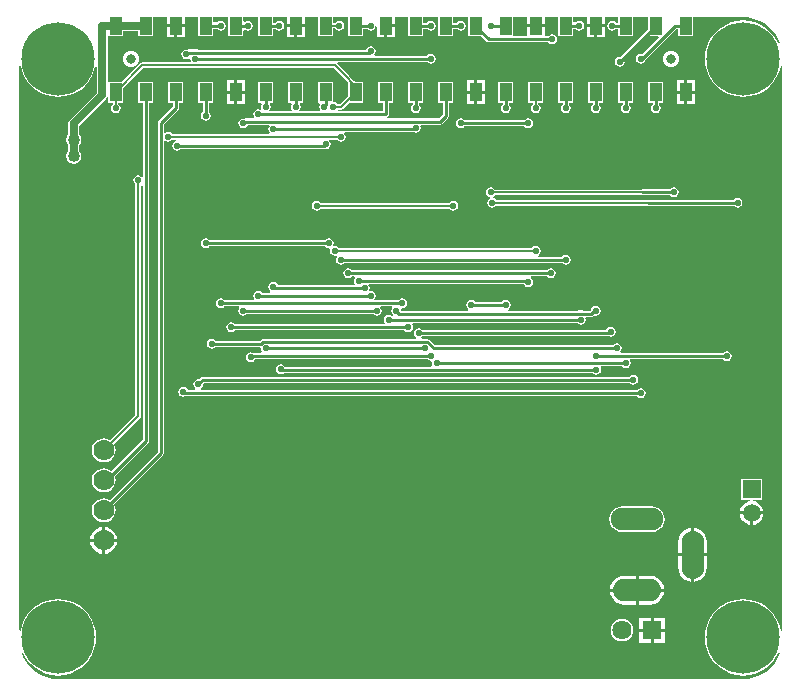
<source format=gbl>
G04 Layer_Physical_Order=2*
G04 Layer_Color=16711680*
%FSLAX25Y25*%
%MOIN*%
G70*
G01*
G75*
%ADD35C,0.01000*%
%ADD36C,0.00800*%
%ADD37C,0.02500*%
%ADD43C,0.03150*%
%ADD44R,0.02400X0.02400*%
%ADD45C,0.07000*%
%ADD46C,0.06400*%
%ADD47O,0.17500X0.07500*%
%ADD48O,0.16000X0.07500*%
%ADD49R,0.06400X0.06400*%
%ADD50O,0.07500X0.16000*%
%ADD51C,0.05906*%
%ADD52R,0.05906X0.05906*%
%ADD53C,0.24410*%
%ADD54C,0.02200*%
%ADD55C,0.04000*%
%ADD56R,0.04016X0.05906*%
%ADD57R,0.50000X0.45000*%
G36*
X241646Y220534D02*
Y220534D01*
X241646Y220534D01*
X243296Y220404D01*
X245360Y219909D01*
X247320Y219097D01*
X249129Y217988D01*
X250743Y216610D01*
X252120Y214997D01*
X253229Y213188D01*
X253871Y211637D01*
X253866Y211626D01*
X253322Y211634D01*
X253028Y212342D01*
X251983Y214048D01*
X250685Y215568D01*
X249164Y216867D01*
X247459Y217912D01*
X245611Y218677D01*
X243667Y219144D01*
X241673Y219301D01*
X239680Y219144D01*
X237735Y218677D01*
X235888Y217912D01*
X234183Y216867D01*
X232662Y215568D01*
X231363Y214048D01*
X230318Y212342D01*
X229553Y210495D01*
X229086Y208550D01*
X228929Y206557D01*
X229086Y204563D01*
X229553Y202619D01*
X230318Y200771D01*
X231363Y199066D01*
X232662Y197545D01*
X234183Y196247D01*
X235888Y195202D01*
X237735Y194437D01*
X239680Y193970D01*
X241673Y193813D01*
X243667Y193970D01*
X245611Y194437D01*
X247459Y195202D01*
X249164Y196247D01*
X250685Y197545D01*
X251983Y199066D01*
X253028Y200771D01*
X253794Y202619D01*
X254188Y204262D01*
X254688Y204203D01*
Y15997D01*
X254188Y15938D01*
X253794Y17582D01*
X253028Y19429D01*
X251983Y21134D01*
X250685Y22655D01*
X249164Y23954D01*
X247459Y24998D01*
X245611Y25764D01*
X243667Y26230D01*
X241673Y26387D01*
X239680Y26230D01*
X237735Y25764D01*
X235888Y24998D01*
X234183Y23954D01*
X232662Y22655D01*
X231363Y21134D01*
X230318Y19429D01*
X229553Y17582D01*
X229086Y15637D01*
X228929Y13643D01*
X229086Y11650D01*
X229553Y9705D01*
X230318Y7858D01*
X231363Y6153D01*
X232662Y4632D01*
X234183Y3333D01*
X235888Y2288D01*
X237735Y1523D01*
X239680Y1056D01*
X241673Y899D01*
X243667Y1056D01*
X245611Y1523D01*
X247459Y2288D01*
X249164Y3333D01*
X250685Y4632D01*
X251983Y6153D01*
X253028Y7858D01*
X253322Y8566D01*
X253866Y8574D01*
X253871Y8563D01*
X253229Y7012D01*
X252120Y5203D01*
X250743Y3590D01*
X249129Y2212D01*
X247320Y1103D01*
X245360Y291D01*
X243296Y-204D01*
X241646Y-334D01*
X241646Y-334D01*
Y-334D01*
X241625Y-356D01*
X13375D01*
X13354Y-334D01*
Y-334D01*
X13354Y-334D01*
X11704Y-204D01*
X9640Y291D01*
X7680Y1103D01*
X5871Y2212D01*
X4258Y3590D01*
X2880Y5203D01*
X1771Y7012D01*
X1128Y8563D01*
X1134Y8575D01*
X1678Y8567D01*
X1972Y7858D01*
X3017Y6153D01*
X4315Y4632D01*
X5836Y3333D01*
X7541Y2288D01*
X9389Y1523D01*
X11333Y1056D01*
X13327Y899D01*
X15320Y1056D01*
X17265Y1523D01*
X19113Y2288D01*
X20818Y3333D01*
X22338Y4632D01*
X23637Y6153D01*
X24682Y7858D01*
X25447Y9705D01*
X25914Y11650D01*
X26071Y13643D01*
X25914Y15637D01*
X25447Y17582D01*
X24682Y19429D01*
X23637Y21134D01*
X22338Y22655D01*
X20818Y23954D01*
X19113Y24998D01*
X17265Y25764D01*
X15320Y26230D01*
X13327Y26387D01*
X11333Y26230D01*
X9389Y25764D01*
X7541Y24998D01*
X5836Y23954D01*
X4315Y22655D01*
X3017Y21134D01*
X1972Y19429D01*
X1207Y17582D01*
X812Y15938D01*
X312Y15997D01*
Y204203D01*
X812Y204262D01*
X1207Y202619D01*
X1972Y200771D01*
X3017Y199066D01*
X4315Y197545D01*
X5836Y196247D01*
X7541Y195202D01*
X9389Y194437D01*
X11333Y193970D01*
X13327Y193813D01*
X15320Y193970D01*
X17265Y194437D01*
X19113Y195202D01*
X20818Y196247D01*
X22338Y197545D01*
X23637Y199066D01*
X24682Y200771D01*
X25447Y202619D01*
X25716Y203737D01*
X26216Y203678D01*
Y195239D01*
X17238Y186262D01*
X16851Y185683D01*
X16716Y185000D01*
Y181315D01*
X16698Y181302D01*
X16145Y180475D01*
X15951Y179500D01*
X16145Y178524D01*
X16698Y177698D01*
X16716Y177685D01*
Y175814D01*
X16698Y175802D01*
X16145Y174976D01*
X15951Y174000D01*
X16145Y173024D01*
X16698Y172198D01*
X17525Y171645D01*
X18500Y171451D01*
X19476Y171645D01*
X20302Y172198D01*
X20855Y173024D01*
X21049Y174000D01*
X20855Y174976D01*
X20302Y175802D01*
X20284Y175814D01*
Y177685D01*
X20302Y177698D01*
X20855Y178524D01*
X21049Y179500D01*
X20855Y180475D01*
X20302Y181302D01*
X20284Y181315D01*
Y184261D01*
X29262Y193238D01*
X29592Y193733D01*
X29981Y193692D01*
X30092Y193650D01*
Y191935D01*
X31582D01*
Y191311D01*
X31346Y191154D01*
X30993Y190624D01*
X30869Y190000D01*
X30993Y189376D01*
X31346Y188847D01*
X31876Y188493D01*
X32500Y188369D01*
X33124Y188493D01*
X33654Y188847D01*
X34007Y189376D01*
X34131Y190000D01*
X34007Y190624D01*
X33654Y191154D01*
X33418Y191311D01*
Y191935D01*
X35108D01*
Y196823D01*
X41776Y203490D01*
X105212D01*
X109018Y199684D01*
X109043Y199647D01*
X110092Y198598D01*
Y194178D01*
X107332Y191418D01*
X106311D01*
X106154Y191654D01*
X105624Y192007D01*
X105108Y192110D01*
Y198841D01*
X100092D01*
Y191935D01*
X100436D01*
X100700Y191435D01*
X100493Y191124D01*
X100369Y190500D01*
X100493Y189876D01*
X100731Y189520D01*
X100504Y189020D01*
X93996D01*
X93769Y189520D01*
X94007Y189876D01*
X94131Y190500D01*
X94007Y191124D01*
X93800Y191435D01*
X94064Y191935D01*
X95108D01*
Y198841D01*
X90092D01*
Y191935D01*
X90936D01*
X91201Y191435D01*
X90993Y191124D01*
X90869Y190500D01*
X90993Y189876D01*
X91231Y189520D01*
X91004Y189020D01*
X83996D01*
X83769Y189520D01*
X84007Y189876D01*
X84131Y190500D01*
X84007Y191124D01*
X83799Y191435D01*
X84064Y191935D01*
X85108D01*
Y198841D01*
X80092D01*
Y191935D01*
X80936D01*
X81200Y191435D01*
X80993Y191124D01*
X80869Y190500D01*
X80993Y189876D01*
X81009Y189851D01*
X80649Y189491D01*
X80624Y189507D01*
X80000Y189631D01*
X79376Y189507D01*
X78847Y189154D01*
X78493Y188624D01*
X78369Y188000D01*
X78493Y187376D01*
X78664Y187120D01*
X78397Y186620D01*
X75600D01*
X75330Y186566D01*
X75000Y186631D01*
X74376Y186507D01*
X73847Y186153D01*
X73493Y185624D01*
X73369Y185000D01*
X73493Y184376D01*
X73847Y183846D01*
X74376Y183493D01*
X75000Y183369D01*
X75624Y183493D01*
X76153Y183846D01*
X76507Y184376D01*
X76548Y184580D01*
X83585D01*
X83715Y184369D01*
X83798Y184080D01*
X83493Y183624D01*
X83369Y183000D01*
X83493Y182376D01*
X83799Y181918D01*
X83718Y181633D01*
X83588Y181418D01*
X51311D01*
X51153Y181653D01*
X50624Y182007D01*
X50000Y182131D01*
X49376Y182007D01*
X49020Y181769D01*
X48520Y181996D01*
Y184578D01*
X53321Y189379D01*
X53542Y189710D01*
X53620Y190100D01*
Y191935D01*
X55108D01*
Y198841D01*
X50092D01*
Y191935D01*
X51580D01*
Y190522D01*
X46779Y185721D01*
X46558Y185390D01*
X46480Y185000D01*
Y75422D01*
X30537Y59479D01*
X30517Y59494D01*
X29544Y59897D01*
X28500Y60035D01*
X27456Y59897D01*
X26483Y59494D01*
X25647Y58853D01*
X25006Y58017D01*
X24603Y57044D01*
X24465Y56000D01*
X24603Y54956D01*
X25006Y53983D01*
X25647Y53147D01*
X26483Y52506D01*
X27456Y52103D01*
X28500Y51965D01*
X29544Y52103D01*
X30517Y52506D01*
X31353Y53147D01*
X31994Y53983D01*
X32397Y54956D01*
X32535Y56000D01*
X32397Y57044D01*
X31994Y58017D01*
X31979Y58037D01*
X48221Y74279D01*
X48442Y74610D01*
X48520Y75000D01*
Y179004D01*
X49020Y179231D01*
X49376Y178993D01*
X50000Y178869D01*
X50624Y178993D01*
X51153Y179347D01*
X51311Y179582D01*
X52705D01*
X52754Y179082D01*
X52376Y179007D01*
X51846Y178654D01*
X51493Y178124D01*
X51369Y177500D01*
X51493Y176876D01*
X51846Y176347D01*
X52376Y175993D01*
X53000Y175869D01*
X53624Y175993D01*
X54154Y176347D01*
X54243Y176480D01*
X101938D01*
X102500Y176369D01*
X103124Y176493D01*
X103654Y176847D01*
X104007Y177376D01*
X104131Y178000D01*
X104007Y178624D01*
X103701Y179082D01*
X103782Y179367D01*
X103912Y179582D01*
X106189D01*
X106346Y179347D01*
X106876Y178993D01*
X107500Y178869D01*
X108124Y178993D01*
X108653Y179347D01*
X109007Y179876D01*
X109131Y180500D01*
X109007Y181124D01*
X108769Y181480D01*
X108996Y181980D01*
X131938D01*
X132500Y181869D01*
X133124Y181993D01*
X133653Y182346D01*
X134007Y182876D01*
X134131Y183500D01*
X134016Y184080D01*
X134032Y184206D01*
X134233Y184580D01*
X140600D01*
X140990Y184658D01*
X141321Y184879D01*
X143221Y186779D01*
X143442Y187110D01*
X143520Y187500D01*
Y191935D01*
X145108D01*
Y198841D01*
X140092D01*
Y191935D01*
X141480D01*
Y187922D01*
X140178Y186620D01*
X123065D01*
X123047Y186665D01*
X122982Y187120D01*
X123221Y187279D01*
X123321Y187379D01*
X123542Y187710D01*
X123620Y188100D01*
Y191935D01*
X125108D01*
Y198841D01*
X120092D01*
Y191935D01*
X121580D01*
Y189020D01*
X107022D01*
X106749Y189520D01*
X106790Y189582D01*
X107712D01*
X108063Y189652D01*
X108361Y189851D01*
X110445Y191935D01*
X115108D01*
Y198841D01*
X112457D01*
X112057Y199241D01*
X112020Y199266D01*
X110366Y200920D01*
X110341Y200957D01*
X106317Y204980D01*
X106383Y205282D01*
X106507Y205480D01*
X136257D01*
X136346Y205346D01*
X136876Y204993D01*
X137500Y204869D01*
X138124Y204993D01*
X138654Y205346D01*
X139007Y205876D01*
X139131Y206500D01*
X139007Y207124D01*
X138654Y207653D01*
X138124Y208007D01*
X137500Y208131D01*
X136876Y208007D01*
X136346Y207653D01*
X136257Y207520D01*
X118996D01*
X118769Y208020D01*
X119007Y208376D01*
X119131Y209000D01*
X119007Y209624D01*
X118654Y210154D01*
X118124Y210507D01*
X117500Y210631D01*
X116876Y210507D01*
X116347Y210154D01*
X115993Y209624D01*
X115972Y209520D01*
X60294D01*
X60260Y209542D01*
X59870Y209620D01*
X56600D01*
X56330Y209566D01*
X56000Y209631D01*
X55376Y209507D01*
X54847Y209154D01*
X54493Y208624D01*
X54369Y208000D01*
X54493Y207376D01*
X54847Y206846D01*
X55376Y206493D01*
X56000Y206369D01*
X56624Y206493D01*
X56893Y206673D01*
X57089Y206601D01*
X57388Y206402D01*
X57493Y205876D01*
X57526Y205825D01*
X57259Y205326D01*
X41396D01*
X41044Y205256D01*
X40747Y205057D01*
X34530Y198841D01*
X30284D01*
X30092Y198841D01*
X29784Y199213D01*
Y213787D01*
X30092Y214159D01*
X35108D01*
Y215828D01*
X40092D01*
Y214159D01*
X45108D01*
Y220570D01*
X49592D01*
Y218112D01*
X55608D01*
Y220570D01*
X60092D01*
Y214159D01*
X65108D01*
Y216593D01*
X66182D01*
X66347Y216347D01*
X66876Y215993D01*
X67500Y215869D01*
X68124Y215993D01*
X68654Y216347D01*
X69007Y216876D01*
X69131Y217500D01*
X69007Y218124D01*
X68654Y218653D01*
X68124Y219007D01*
X67500Y219131D01*
X66876Y219007D01*
X66347Y218653D01*
X66332Y218632D01*
X65108D01*
Y220570D01*
X70092D01*
Y214159D01*
X75108D01*
Y215904D01*
X75608Y216172D01*
X75876Y215993D01*
X76500Y215869D01*
X77124Y215993D01*
X77653Y216347D01*
X78007Y216876D01*
X78131Y217500D01*
X78007Y218124D01*
X77653Y218653D01*
X77124Y219007D01*
X76500Y219131D01*
X75876Y219007D01*
X75608Y218828D01*
X75108Y219095D01*
Y220570D01*
X80092D01*
Y214159D01*
X85108D01*
Y216480D01*
X85757D01*
X85847Y216347D01*
X86376Y215993D01*
X87000Y215869D01*
X87624Y215993D01*
X88153Y216347D01*
X88507Y216876D01*
X88631Y217500D01*
X88507Y218124D01*
X88153Y218653D01*
X87624Y219007D01*
X87000Y219131D01*
X86376Y219007D01*
X85847Y218653D01*
X85757Y218520D01*
X85108D01*
Y220570D01*
X89592D01*
Y218112D01*
X95608D01*
Y220570D01*
X100092D01*
Y214159D01*
X105108D01*
Y216695D01*
X105614D01*
X105847Y216347D01*
X106376Y215993D01*
X107000Y215869D01*
X107624Y215993D01*
X108153Y216347D01*
X108507Y216876D01*
X108631Y217500D01*
X108507Y218124D01*
X108153Y218653D01*
X107624Y219007D01*
X107000Y219131D01*
X106376Y219007D01*
X105847Y218653D01*
X105764Y218530D01*
X105108D01*
Y220570D01*
X110092D01*
Y214159D01*
X115108D01*
Y216593D01*
X116182D01*
X116347Y216347D01*
X116876Y215993D01*
X117500Y215869D01*
X118124Y215993D01*
X118654Y216347D01*
X119007Y216876D01*
X119092Y217303D01*
X119592Y217254D01*
Y213660D01*
X122100D01*
Y217612D01*
X122600D01*
Y218112D01*
X125608D01*
Y220570D01*
X130092D01*
Y214159D01*
X135108D01*
Y216480D01*
X136257D01*
X136346Y216347D01*
X136876Y215993D01*
X137500Y215869D01*
X138124Y215993D01*
X138654Y216347D01*
X139007Y216876D01*
X139131Y217500D01*
X139007Y218124D01*
X138654Y218653D01*
X138124Y219007D01*
X137500Y219131D01*
X136876Y219007D01*
X136346Y218653D01*
X136257Y218520D01*
X135108D01*
Y220570D01*
X140092D01*
Y214159D01*
X145108D01*
Y216480D01*
X146257D01*
X146346Y216347D01*
X146876Y215993D01*
X147500Y215869D01*
X148124Y215993D01*
X148653Y216347D01*
X149007Y216876D01*
X149131Y217500D01*
X149007Y218124D01*
X148653Y218653D01*
X148124Y219007D01*
X147500Y219131D01*
X146876Y219007D01*
X146346Y218653D01*
X146257Y218520D01*
X145108D01*
Y220570D01*
X150092D01*
Y214159D01*
X154245D01*
X156125Y212279D01*
X156456Y212058D01*
X156846Y211980D01*
X176757D01*
X176847Y211846D01*
X177376Y211493D01*
X178000Y211369D01*
X178624Y211493D01*
X179154Y211846D01*
X179507Y212376D01*
X179631Y213000D01*
X179507Y213624D01*
X179154Y214154D01*
X178624Y214507D01*
X178000Y214631D01*
X177376Y214507D01*
X176847Y214154D01*
X176757Y214020D01*
X175608D01*
Y217112D01*
X169592D01*
Y214020D01*
X165550D01*
X165108Y214159D01*
Y220570D01*
X169592D01*
Y218112D01*
X175608D01*
Y220570D01*
X180092D01*
Y214159D01*
X185108D01*
Y216593D01*
X185682D01*
X185846Y216347D01*
X186376Y215993D01*
X187000Y215869D01*
X187624Y215993D01*
X188154Y216347D01*
X188507Y216876D01*
X188631Y217500D01*
X188507Y218124D01*
X188154Y218653D01*
X187624Y219007D01*
X187000Y219131D01*
X186376Y219007D01*
X185846Y218653D01*
X185832Y218632D01*
X185108D01*
Y220570D01*
X189592D01*
Y218112D01*
X195608D01*
Y220570D01*
X200092D01*
Y218520D01*
X199243D01*
X199153Y218653D01*
X198624Y219007D01*
X198000Y219131D01*
X197376Y219007D01*
X196846Y218653D01*
X196493Y218124D01*
X196369Y217500D01*
X196493Y216876D01*
X196846Y216347D01*
X197376Y215993D01*
X198000Y215869D01*
X198624Y215993D01*
X199153Y216347D01*
X199243Y216480D01*
X200092D01*
Y214159D01*
X205108D01*
Y220570D01*
X210092D01*
Y216546D01*
X200648Y207102D01*
X200500Y207131D01*
X199876Y207007D01*
X199346Y206653D01*
X198993Y206124D01*
X198869Y205500D01*
X198993Y204876D01*
X199346Y204346D01*
X199876Y203993D01*
X200500Y203869D01*
X201124Y203993D01*
X201654Y204346D01*
X202007Y204876D01*
X202131Y205500D01*
X202098Y205668D01*
X210589Y214159D01*
X213427D01*
X213618Y213698D01*
X207961Y208040D01*
X207500Y208131D01*
X206876Y208007D01*
X206347Y207653D01*
X205993Y207124D01*
X205869Y206500D01*
X205993Y205876D01*
X206347Y205346D01*
X206876Y204993D01*
X207500Y204869D01*
X208124Y204993D01*
X208653Y205346D01*
X209007Y205876D01*
X209088Y206284D01*
X219397Y216593D01*
X220092D01*
Y214159D01*
X225108D01*
Y220570D01*
X241147D01*
X241646Y220534D01*
D02*
G37*
%LPC*%
G36*
X29000Y50473D02*
Y46500D01*
X32973D01*
X32884Y47175D01*
X32431Y48269D01*
X31709Y49209D01*
X30769Y49931D01*
X29675Y50384D01*
X29000Y50473D01*
D02*
G37*
G36*
X28000D02*
X27325Y50384D01*
X26231Y49931D01*
X25291Y49209D01*
X24569Y48269D01*
X24116Y47175D01*
X24027Y46500D01*
X28000D01*
Y50473D01*
D02*
G37*
G36*
X244000Y54626D02*
X240579D01*
X240649Y54094D01*
X241047Y53133D01*
X241681Y52307D01*
X242507Y51673D01*
X243468Y51275D01*
X244000Y51205D01*
Y54626D01*
D02*
G37*
G36*
X211300Y57309D02*
X201300D01*
X200190Y57163D01*
X199157Y56734D01*
X198269Y56053D01*
X197588Y55165D01*
X197159Y54132D01*
X197013Y53022D01*
X197159Y51912D01*
X197588Y50879D01*
X198269Y49991D01*
X199157Y49310D01*
X200190Y48881D01*
X201300Y48735D01*
X211300D01*
X212409Y48881D01*
X213443Y49310D01*
X214331Y49991D01*
X215012Y50879D01*
X215441Y51912D01*
X215587Y53022D01*
X215441Y54132D01*
X215012Y55165D01*
X214331Y56053D01*
X213443Y56734D01*
X212409Y57163D01*
X211300Y57309D01*
D02*
G37*
G36*
X224304Y50186D02*
X223564Y50089D01*
X222408Y49610D01*
X221416Y48849D01*
X220655Y47857D01*
X220176Y46701D01*
X220013Y45461D01*
Y41711D01*
X224304D01*
Y50186D01*
D02*
G37*
G36*
X32973Y45500D02*
X29000D01*
Y41527D01*
X29675Y41616D01*
X30769Y42069D01*
X31709Y42791D01*
X32431Y43731D01*
X32884Y44825D01*
X32973Y45500D01*
D02*
G37*
G36*
X169542Y47500D02*
X168000D01*
Y45958D01*
X168319Y46022D01*
X169014Y46486D01*
X169478Y47181D01*
X169542Y47500D01*
D02*
G37*
G36*
X225304Y50186D02*
Y41711D01*
X229595D01*
Y45461D01*
X229432Y46701D01*
X228953Y47857D01*
X228192Y48849D01*
X227199Y49610D01*
X226044Y50089D01*
X225304Y50186D01*
D02*
G37*
G36*
X205000Y101131D02*
X204376Y101007D01*
X203847Y100654D01*
X203757Y100520D01*
X61500D01*
X61110Y100442D01*
X60779Y100221D01*
X60158Y99600D01*
X60000Y99631D01*
X59376Y99507D01*
X58846Y99154D01*
X58493Y98624D01*
X58369Y98000D01*
X58493Y97376D01*
X58846Y96846D01*
X58947Y96779D01*
X59079Y96100D01*
X59024Y96020D01*
X56528D01*
X56507Y96124D01*
X56154Y96653D01*
X55624Y97007D01*
X55000Y97131D01*
X54376Y97007D01*
X53847Y96653D01*
X53493Y96124D01*
X53369Y95500D01*
X53493Y94876D01*
X53510Y94849D01*
X53558Y94610D01*
X53779Y94279D01*
X54110Y94058D01*
X54349Y94010D01*
X54376Y93993D01*
X55000Y93869D01*
X55562Y93980D01*
X206257D01*
X206347Y93846D01*
X206876Y93493D01*
X207500Y93369D01*
X208124Y93493D01*
X208653Y93846D01*
X209007Y94376D01*
X209131Y95000D01*
X209007Y95624D01*
X208653Y96153D01*
X208124Y96507D01*
X207500Y96631D01*
X206876Y96507D01*
X206347Y96153D01*
X206257Y96020D01*
X60976D01*
X60922Y96100D01*
X61053Y96779D01*
X61154Y96846D01*
X61507Y97376D01*
X61631Y98000D01*
X61610Y98110D01*
X61940Y98480D01*
X203757D01*
X203847Y98347D01*
X204376Y97993D01*
X205000Y97869D01*
X205624Y97993D01*
X206153Y98347D01*
X206507Y98876D01*
X206631Y99500D01*
X206507Y100124D01*
X206153Y100654D01*
X205624Y101007D01*
X205000Y101131D01*
D02*
G37*
G36*
X247953Y66453D02*
X241047D01*
Y59547D01*
X243969D01*
X244002Y59047D01*
X243468Y58977D01*
X242507Y58579D01*
X241681Y57945D01*
X241047Y57119D01*
X240649Y56158D01*
X240579Y55626D01*
X248421D01*
X248351Y56158D01*
X247953Y57119D01*
X247319Y57945D01*
X246493Y58579D01*
X245532Y58977D01*
X244998Y59047D01*
X245031Y59547D01*
X247953D01*
Y66453D01*
D02*
G37*
G36*
X177500Y136631D02*
X176876Y136507D01*
X176347Y136153D01*
X176257Y136020D01*
X111243D01*
X111153Y136153D01*
X110624Y136507D01*
X110000Y136631D01*
X109376Y136507D01*
X108846Y136153D01*
X108493Y135624D01*
X108369Y135000D01*
X108493Y134376D01*
X108846Y133846D01*
X109376Y133493D01*
X110000Y133369D01*
X110624Y133493D01*
X111153Y133846D01*
X111243Y133980D01*
X112004D01*
X112231Y133480D01*
X111993Y133124D01*
X111869Y132500D01*
X111993Y131876D01*
X112231Y131520D01*
X112004Y131020D01*
X86528D01*
X86507Y131124D01*
X86154Y131653D01*
X85624Y132007D01*
X85000Y132131D01*
X84376Y132007D01*
X83846Y131653D01*
X83493Y131124D01*
X83369Y130500D01*
X83493Y129876D01*
X83846Y129347D01*
X83947Y129279D01*
X84079Y128600D01*
X84024Y128520D01*
X81243D01*
X81154Y128654D01*
X80624Y129007D01*
X80000Y129131D01*
X79376Y129007D01*
X78847Y128654D01*
X78493Y128124D01*
X78369Y127500D01*
X78493Y126876D01*
X78731Y126520D01*
X78504Y126020D01*
X68743D01*
X68654Y126154D01*
X68124Y126507D01*
X67500Y126631D01*
X66876Y126507D01*
X66347Y126154D01*
X65993Y125624D01*
X65869Y125000D01*
X65993Y124376D01*
X66347Y123846D01*
X66876Y123493D01*
X67500Y123369D01*
X68124Y123493D01*
X68654Y123846D01*
X68743Y123980D01*
X73504D01*
X73731Y123480D01*
X73493Y123124D01*
X73369Y122500D01*
X73493Y121876D01*
X73847Y121346D01*
X74376Y120993D01*
X75000Y120869D01*
X75624Y120993D01*
X76153Y121346D01*
X76243Y121480D01*
X118257D01*
X118347Y121346D01*
X118876Y120993D01*
X119500Y120869D01*
X120124Y120993D01*
X120653Y121346D01*
X121007Y121876D01*
X121131Y122500D01*
X121007Y123124D01*
X120769Y123480D01*
X120996Y123980D01*
X124504D01*
X124731Y123480D01*
X124493Y123124D01*
X124369Y122500D01*
X124493Y121876D01*
X124846Y121346D01*
X124948Y121279D01*
X125056Y120718D01*
X124653Y120653D01*
X124124Y121007D01*
X123500Y121131D01*
X122876Y121007D01*
X122346Y120653D01*
X121993Y120124D01*
X121869Y119500D01*
X121993Y118876D01*
X122231Y118520D01*
X122004Y118020D01*
X72243D01*
X72154Y118154D01*
X71624Y118507D01*
X71000Y118631D01*
X70376Y118507D01*
X69846Y118154D01*
X69493Y117624D01*
X69369Y117000D01*
X69493Y116376D01*
X69846Y115847D01*
X70376Y115493D01*
X71000Y115369D01*
X71624Y115493D01*
X72154Y115847D01*
X72243Y115980D01*
X128757D01*
X128847Y115847D01*
X129376Y115493D01*
X130000Y115369D01*
X130624Y115493D01*
X131154Y115847D01*
X131507Y116376D01*
X131631Y117000D01*
X131507Y117624D01*
X131269Y117980D01*
X131496Y118480D01*
X186257D01*
X186346Y118347D01*
X186876Y117993D01*
X187500Y117869D01*
X188124Y117993D01*
X188654Y118347D01*
X189007Y118876D01*
X189131Y119500D01*
X189036Y119980D01*
X189325Y120480D01*
X191000D01*
X191390Y120558D01*
X191721Y120779D01*
X191925Y120983D01*
X192500Y120869D01*
X193124Y120993D01*
X193654Y121346D01*
X194007Y121876D01*
X194131Y122500D01*
X194007Y123124D01*
X193654Y123653D01*
X193124Y124007D01*
X192500Y124131D01*
X191876Y124007D01*
X191347Y123653D01*
X190993Y123124D01*
X190946Y122888D01*
X190578Y122520D01*
X188794D01*
X188760Y122542D01*
X188370Y122620D01*
X186630D01*
X186240Y122542D01*
X186206Y122520D01*
X163476D01*
X163421Y122600D01*
X163552Y123279D01*
X163654Y123346D01*
X164007Y123876D01*
X164131Y124500D01*
X164007Y125124D01*
X163654Y125654D01*
X163124Y126007D01*
X162500Y126131D01*
X161876Y126007D01*
X161346Y125654D01*
X161257Y125520D01*
X152243D01*
X152154Y125654D01*
X151624Y126007D01*
X151000Y126131D01*
X150376Y126007D01*
X149846Y125654D01*
X149493Y125124D01*
X149369Y124500D01*
X149493Y123876D01*
X149846Y123346D01*
X149948Y123279D01*
X150078Y122600D01*
X150024Y122520D01*
X127720D01*
X127581Y123000D01*
X127832Y123325D01*
X127927Y123383D01*
X128000Y123369D01*
X128624Y123493D01*
X129154Y123846D01*
X129507Y124376D01*
X129631Y125000D01*
X129507Y125624D01*
X129154Y126154D01*
X128624Y126507D01*
X128000Y126631D01*
X127376Y126507D01*
X126847Y126154D01*
X126757Y126020D01*
X118996D01*
X118769Y126520D01*
X119007Y126876D01*
X119131Y127500D01*
X119007Y128124D01*
X118654Y128654D01*
X118124Y129007D01*
X117500Y129131D01*
X117427Y129117D01*
X117332Y129175D01*
X117042Y129550D01*
X117131Y130000D01*
X117007Y130624D01*
X116769Y130980D01*
X116996Y131480D01*
X168472D01*
X168493Y131376D01*
X168846Y130847D01*
X169376Y130493D01*
X170000Y130369D01*
X170624Y130493D01*
X171153Y130847D01*
X171507Y131376D01*
X171631Y132000D01*
X171507Y132624D01*
X171153Y133153D01*
X171053Y133221D01*
X170922Y133900D01*
X170976Y133980D01*
X176257D01*
X176347Y133846D01*
X176876Y133493D01*
X177500Y133369D01*
X178124Y133493D01*
X178654Y133846D01*
X179007Y134376D01*
X179131Y135000D01*
X179007Y135624D01*
X178654Y136153D01*
X178124Y136507D01*
X177500Y136631D01*
D02*
G37*
G36*
X197500Y117131D02*
X196876Y117007D01*
X196346Y116654D01*
X195993Y116124D01*
X195972Y116020D01*
X134743D01*
X134653Y116154D01*
X134124Y116507D01*
X133500Y116631D01*
X132876Y116507D01*
X132346Y116154D01*
X131993Y115624D01*
X131869Y115000D01*
X131993Y114376D01*
X132346Y113847D01*
X132686Y113620D01*
X132534Y113120D01*
X81630D01*
X81240Y113042D01*
X80909Y112821D01*
X80608Y112520D01*
X65743D01*
X65654Y112654D01*
X65124Y113007D01*
X64500Y113131D01*
X63876Y113007D01*
X63346Y112654D01*
X62993Y112124D01*
X62869Y111500D01*
X62993Y110876D01*
X63346Y110346D01*
X63876Y109993D01*
X64500Y109869D01*
X65124Y109993D01*
X65654Y110346D01*
X65743Y110480D01*
X80570D01*
X80887Y110094D01*
X80869Y110000D01*
X80993Y109376D01*
X81231Y109020D01*
X81004Y108520D01*
X78062D01*
X77500Y108631D01*
X76876Y108507D01*
X76346Y108153D01*
X75993Y107624D01*
X75869Y107000D01*
X75993Y106376D01*
X76346Y105847D01*
X76876Y105493D01*
X77500Y105369D01*
X78124Y105493D01*
X78654Y105847D01*
X79007Y106376D01*
X79028Y106480D01*
X136257D01*
X136346Y106346D01*
X136876Y105993D01*
X137500Y105869D01*
X137573Y105883D01*
X137668Y105825D01*
X137958Y105450D01*
X137869Y105000D01*
X137984Y104420D01*
X137968Y104294D01*
X137767Y103920D01*
X88877D01*
X88653Y104253D01*
X88124Y104607D01*
X87500Y104731D01*
X86876Y104607D01*
X86347Y104253D01*
X85993Y103724D01*
X85869Y103100D01*
X85993Y102476D01*
X86347Y101946D01*
X86876Y101593D01*
X87500Y101469D01*
X88124Y101593D01*
X88555Y101880D01*
X191457D01*
X191546Y101746D01*
X192076Y101393D01*
X192700Y101269D01*
X193324Y101393D01*
X193853Y101746D01*
X194207Y102276D01*
X194331Y102900D01*
X194216Y103480D01*
X194232Y103606D01*
X194433Y103980D01*
X201257D01*
X201346Y103847D01*
X201876Y103493D01*
X202500Y103369D01*
X203124Y103493D01*
X203654Y103847D01*
X204007Y104376D01*
X204131Y105000D01*
X204007Y105624D01*
X203836Y105880D01*
X204103Y106380D01*
X234957D01*
X235047Y106246D01*
X235576Y105893D01*
X236200Y105769D01*
X236824Y105893D01*
X237353Y106246D01*
X237707Y106776D01*
X237831Y107400D01*
X237707Y108024D01*
X237353Y108554D01*
X236824Y108907D01*
X236200Y109031D01*
X235576Y108907D01*
X235047Y108554D01*
X234957Y108420D01*
X200915D01*
X200785Y108631D01*
X200702Y108920D01*
X201007Y109376D01*
X201131Y110000D01*
X201007Y110624D01*
X200654Y111153D01*
X200124Y111507D01*
X199500Y111631D01*
X198876Y111507D01*
X198346Y111153D01*
X198257Y111020D01*
X138892D01*
X137091Y112821D01*
X136760Y113042D01*
X136370Y113120D01*
X134466D01*
X134314Y113620D01*
X134653Y113847D01*
X134743Y113980D01*
X196938D01*
X197500Y113869D01*
X198124Y113993D01*
X198653Y114347D01*
X199007Y114876D01*
X199131Y115500D01*
X199007Y116124D01*
X198653Y116654D01*
X198124Y117007D01*
X197500Y117131D01*
D02*
G37*
G36*
X143000Y54042D02*
X142681Y53978D01*
X141986Y53514D01*
X141522Y52819D01*
X141458Y52500D01*
X143000D01*
Y54042D01*
D02*
G37*
G36*
X248421Y54626D02*
X245000D01*
Y51205D01*
X245532Y51275D01*
X246493Y51673D01*
X247319Y52307D01*
X247953Y53133D01*
X248351Y54094D01*
X248421Y54626D01*
D02*
G37*
G36*
X167000Y54042D02*
X166681Y53978D01*
X165986Y53514D01*
X165801Y53237D01*
X165199D01*
X165014Y53514D01*
X164319Y53978D01*
X164000Y54042D01*
Y52000D01*
X163000D01*
Y54042D01*
X162681Y53978D01*
X161986Y53514D01*
X161801Y53237D01*
X161199D01*
X161014Y53514D01*
X160319Y53978D01*
X160000Y54042D01*
Y52000D01*
X159000D01*
Y54042D01*
X158681Y53978D01*
X157986Y53514D01*
X157801Y53237D01*
X157199D01*
X157014Y53514D01*
X156319Y53978D01*
X156000Y54042D01*
Y52000D01*
X155000D01*
Y54042D01*
X154681Y53978D01*
X153986Y53514D01*
X153801Y53237D01*
X153199D01*
X153014Y53514D01*
X152319Y53978D01*
X152000Y54042D01*
Y52000D01*
X151000D01*
Y54042D01*
X150681Y53978D01*
X149986Y53514D01*
X149801Y53237D01*
X149199D01*
X149014Y53514D01*
X148319Y53978D01*
X148000Y54042D01*
Y52000D01*
X147000D01*
Y54042D01*
X146681Y53978D01*
X145986Y53514D01*
X145801Y53237D01*
X145199D01*
X145014Y53514D01*
X144319Y53978D01*
X144000Y54042D01*
Y52000D01*
X143500D01*
Y51500D01*
X141458D01*
X141522Y51181D01*
X141986Y50486D01*
X142263Y50301D01*
Y49699D01*
X141986Y49514D01*
X141522Y48819D01*
X141458Y48500D01*
X143500D01*
Y47500D01*
X141458D01*
X141522Y47181D01*
X141986Y46486D01*
X142263Y46301D01*
Y45699D01*
X141986Y45514D01*
X141522Y44819D01*
X141458Y44500D01*
X143500D01*
Y43500D01*
X141458D01*
X141522Y43181D01*
X141986Y42486D01*
X142506Y42138D01*
Y42006D01*
X144706D01*
Y41006D01*
X142506D01*
Y39507D01*
X144706D01*
Y38506D01*
X142506D01*
Y37007D01*
X144706D01*
Y36007D01*
X142506D01*
Y34506D01*
X144706D01*
Y33507D01*
X142506D01*
Y32006D01*
X144706D01*
Y31007D01*
X142506D01*
Y29862D01*
X141986Y29514D01*
X141522Y28819D01*
X141458Y28500D01*
X143500D01*
Y27500D01*
X141458D01*
X141522Y27181D01*
X141933Y26565D01*
X141813Y26266D01*
X141685Y26104D01*
X141500Y26141D01*
X140681Y25978D01*
X139986Y25514D01*
X139801Y25237D01*
X139199D01*
X139014Y25514D01*
X138319Y25978D01*
X138000Y26042D01*
Y24000D01*
Y21958D01*
X138319Y22022D01*
X139014Y22486D01*
X139199Y22763D01*
X139801D01*
X139986Y22486D01*
X140681Y22022D01*
X141000Y21958D01*
Y24000D01*
X142000D01*
Y21958D01*
X142319Y22022D01*
X143014Y22486D01*
X143199Y22763D01*
X143801D01*
X143986Y22486D01*
X144681Y22022D01*
X145000Y21958D01*
Y24000D01*
X146000D01*
Y21958D01*
X146319Y22022D01*
X147014Y22486D01*
X147199Y22763D01*
X147801D01*
X147986Y22486D01*
X148681Y22022D01*
X149000Y21958D01*
Y24000D01*
X150000D01*
Y21958D01*
X150319Y22022D01*
X151014Y22486D01*
X151199Y22763D01*
X151801D01*
X151986Y22486D01*
X152681Y22022D01*
X153000Y21958D01*
Y24000D01*
X154000D01*
Y21958D01*
X154319Y22022D01*
X155014Y22486D01*
X155199Y22763D01*
X155801D01*
X155986Y22486D01*
X156681Y22022D01*
X157000Y21958D01*
Y24000D01*
Y26042D01*
X156681Y25978D01*
X155986Y25514D01*
X155801Y25237D01*
X155199D01*
X155014Y25514D01*
X154319Y25978D01*
X153500Y26141D01*
X153314Y26104D01*
X153187Y26266D01*
X153067Y26565D01*
X153478Y27181D01*
X153542Y27500D01*
X151500D01*
Y28500D01*
X153542D01*
X153478Y28819D01*
X153014Y29514D01*
X152319Y29978D01*
X151906Y30060D01*
Y31007D01*
X149706D01*
Y32006D01*
X151906D01*
Y33507D01*
X149706D01*
Y34506D01*
X151906D01*
Y36007D01*
X149706D01*
Y37007D01*
X151906D01*
Y38506D01*
X149706D01*
Y39507D01*
X151906D01*
Y41006D01*
X149706D01*
Y42006D01*
X152243D01*
X152319Y42022D01*
X153014Y42486D01*
X153478Y43181D01*
X153542Y43500D01*
X151500D01*
Y44500D01*
X153542D01*
X153478Y44819D01*
X153014Y45514D01*
X152737Y45699D01*
Y46301D01*
X153014Y46486D01*
X153199Y46763D01*
X153801D01*
X153986Y46486D01*
X154681Y46022D01*
X155000Y45958D01*
Y48000D01*
X156000D01*
Y45958D01*
X156319Y46022D01*
X157014Y46486D01*
X157199Y46763D01*
X157801D01*
X157986Y46486D01*
X158681Y46022D01*
X159000Y45958D01*
Y48000D01*
X160000D01*
Y45958D01*
X160319Y46022D01*
X161014Y46486D01*
X161199Y46763D01*
X161801D01*
X161986Y46486D01*
X162681Y46022D01*
X163000Y45958D01*
Y48000D01*
X164000D01*
Y45958D01*
X164319Y46022D01*
X165014Y46486D01*
X165199Y46763D01*
X165801D01*
X165986Y46486D01*
X166681Y46022D01*
X167000Y45958D01*
Y48000D01*
X167500D01*
Y48500D01*
X169542D01*
X169478Y48819D01*
X169014Y49514D01*
X168737Y49699D01*
Y50301D01*
X169014Y50486D01*
X169478Y51181D01*
X169542Y51500D01*
X167500D01*
Y52000D01*
X167000D01*
Y54042D01*
D02*
G37*
G36*
X168000D02*
Y52500D01*
X169542D01*
X169478Y52819D01*
X169014Y53514D01*
X168319Y53978D01*
X168000Y54042D01*
D02*
G37*
G36*
X28000Y45500D02*
X24027D01*
X24116Y44825D01*
X24569Y43731D01*
X25291Y42791D01*
X26231Y42069D01*
X27325Y41616D01*
X28000Y41527D01*
Y45500D01*
D02*
G37*
G36*
X133000Y23500D02*
X131458D01*
X131522Y23181D01*
X131986Y22486D01*
X132681Y22022D01*
X133000Y21958D01*
Y23500D01*
D02*
G37*
G36*
X215500Y20285D02*
X211800D01*
Y16585D01*
X215500D01*
Y20285D01*
D02*
G37*
G36*
X133000Y26042D02*
X132681Y25978D01*
X131986Y25514D01*
X131522Y24819D01*
X131458Y24500D01*
X133000D01*
Y26042D01*
D02*
G37*
G36*
X159542Y23500D02*
X158000D01*
Y21958D01*
X158319Y22022D01*
X159014Y22486D01*
X159478Y23181D01*
X159542Y23500D01*
D02*
G37*
G36*
X215500Y15585D02*
X211800D01*
Y11885D01*
X215500D01*
Y15585D01*
D02*
G37*
G36*
X210800D02*
X207100D01*
Y11885D01*
X210800D01*
Y15585D01*
D02*
G37*
G36*
Y20285D02*
X207100D01*
Y16585D01*
X210800D01*
Y20285D01*
D02*
G37*
G36*
X201300Y19817D02*
X200334Y19690D01*
X199434Y19317D01*
X198661Y18724D01*
X198068Y17951D01*
X197695Y17051D01*
X197568Y16085D01*
X197695Y15119D01*
X198068Y14219D01*
X198661Y13446D01*
X199434Y12853D01*
X200334Y12480D01*
X201300Y12353D01*
X202266Y12480D01*
X203166Y12853D01*
X203939Y13446D01*
X204532Y14219D01*
X204905Y15119D01*
X205032Y16085D01*
X204905Y17051D01*
X204532Y17951D01*
X203939Y18724D01*
X203166Y19317D01*
X202266Y19690D01*
X201300Y19817D01*
D02*
G37*
G36*
X210550Y34191D02*
X206800D01*
Y29900D01*
X215275D01*
X215178Y30640D01*
X214699Y31795D01*
X213938Y32788D01*
X212946Y33549D01*
X211790Y34028D01*
X210550Y34191D01*
D02*
G37*
G36*
X205800D02*
X202050D01*
X200810Y34028D01*
X199654Y33549D01*
X198662Y32788D01*
X197901Y31795D01*
X197422Y30640D01*
X197325Y29900D01*
X205800D01*
Y34191D01*
D02*
G37*
G36*
X229595Y40711D02*
X225304D01*
Y32236D01*
X226044Y32333D01*
X227199Y32812D01*
X228192Y33573D01*
X228953Y34565D01*
X229432Y35721D01*
X229595Y36961D01*
Y40711D01*
D02*
G37*
G36*
X224304D02*
X220013D01*
Y36961D01*
X220176Y35721D01*
X220655Y34565D01*
X221416Y33573D01*
X222408Y32812D01*
X223564Y32333D01*
X224304Y32236D01*
Y40711D01*
D02*
G37*
G36*
X205800Y28900D02*
X197325D01*
X197422Y28160D01*
X197901Y27005D01*
X198662Y26012D01*
X199654Y25251D01*
X200810Y24772D01*
X202050Y24609D01*
X205800D01*
Y28900D01*
D02*
G37*
G36*
X158000Y26042D02*
Y24500D01*
X159542D01*
X159478Y24819D01*
X159014Y25514D01*
X158319Y25978D01*
X158000Y26042D01*
D02*
G37*
G36*
X137000D02*
X136681Y25978D01*
X135986Y25514D01*
X135801Y25237D01*
X135199D01*
X135014Y25514D01*
X134319Y25978D01*
X134000Y26042D01*
Y24000D01*
Y21958D01*
X134319Y22022D01*
X135014Y22486D01*
X135199Y22763D01*
X135801D01*
X135986Y22486D01*
X136681Y22022D01*
X137000Y21958D01*
Y24000D01*
Y26042D01*
D02*
G37*
G36*
X215275Y28900D02*
X206800D01*
Y24609D01*
X210550D01*
X211790Y24772D01*
X212946Y25251D01*
X213938Y26012D01*
X214699Y27005D01*
X215178Y28160D01*
X215275Y28900D01*
D02*
G37*
G36*
X103500Y146631D02*
X102876Y146507D01*
X102347Y146153D01*
X102257Y146020D01*
X63743D01*
X63653Y146153D01*
X63124Y146507D01*
X62500Y146631D01*
X61876Y146507D01*
X61347Y146153D01*
X60993Y145624D01*
X60869Y145000D01*
X60993Y144376D01*
X61347Y143846D01*
X61876Y143493D01*
X62500Y143369D01*
X63124Y143493D01*
X63653Y143846D01*
X63743Y143980D01*
X102257D01*
X102347Y143846D01*
X102876Y143493D01*
X103500Y143369D01*
X103573Y143383D01*
X103668Y143325D01*
X103958Y142950D01*
X103869Y142500D01*
X103993Y141876D01*
X104347Y141347D01*
X104876Y140993D01*
X105500Y140869D01*
X105980Y140964D01*
X106265Y140531D01*
X105993Y140124D01*
X105869Y139500D01*
X105993Y138876D01*
X106346Y138347D01*
X106876Y137993D01*
X107500Y137869D01*
X108124Y137993D01*
X108653Y138347D01*
X108743Y138480D01*
X181257D01*
X181346Y138347D01*
X181876Y137993D01*
X182500Y137869D01*
X183124Y137993D01*
X183653Y138347D01*
X184007Y138876D01*
X184131Y139500D01*
X184007Y140124D01*
X183653Y140654D01*
X183124Y141007D01*
X182500Y141131D01*
X181876Y141007D01*
X181346Y140654D01*
X181257Y140520D01*
X173476D01*
X173422Y140600D01*
X173553Y141279D01*
X173653Y141347D01*
X174007Y141876D01*
X174131Y142500D01*
X174007Y143124D01*
X173653Y143654D01*
X173124Y144007D01*
X172500Y144131D01*
X171876Y144007D01*
X171346Y143654D01*
X171189Y143418D01*
X106811D01*
X106653Y143654D01*
X106124Y144007D01*
X105500Y144131D01*
X105427Y144117D01*
X105332Y144175D01*
X105042Y144550D01*
X105131Y145000D01*
X105007Y145624D01*
X104654Y146153D01*
X104124Y146507D01*
X103500Y146631D01*
D02*
G37*
G36*
X222100Y199341D02*
X219592D01*
Y195888D01*
X222100D01*
Y199341D01*
D02*
G37*
G36*
X155608D02*
X153100D01*
Y195888D01*
X155608D01*
Y199341D01*
D02*
G37*
G36*
X37600Y209188D02*
X36904Y209097D01*
X36256Y208828D01*
X35699Y208401D01*
X35272Y207844D01*
X35003Y207196D01*
X34912Y206500D01*
X35003Y205804D01*
X35272Y205156D01*
X35699Y204599D01*
X36256Y204172D01*
X36904Y203903D01*
X37600Y203812D01*
X38296Y203903D01*
X38944Y204172D01*
X39501Y204599D01*
X39928Y205156D01*
X40197Y205804D01*
X40288Y206500D01*
X40197Y207196D01*
X39928Y207844D01*
X39501Y208401D01*
X38944Y208828D01*
X38296Y209097D01*
X37600Y209188D01*
D02*
G37*
G36*
X225608Y199341D02*
X223100D01*
Y195888D01*
X225608D01*
Y199341D01*
D02*
G37*
G36*
X72100D02*
X69592D01*
Y195888D01*
X72100D01*
Y199341D01*
D02*
G37*
G36*
X225608Y194888D02*
X223100D01*
Y191435D01*
X225608D01*
Y194888D01*
D02*
G37*
G36*
X152100Y199341D02*
X149592D01*
Y195888D01*
X152100D01*
Y199341D01*
D02*
G37*
G36*
X75608D02*
X73100D01*
Y195888D01*
X75608D01*
Y199341D01*
D02*
G37*
G36*
X125608Y217112D02*
X123100D01*
Y213660D01*
X125608D01*
Y217112D01*
D02*
G37*
G36*
X95608D02*
X93100D01*
Y213660D01*
X95608D01*
Y217112D01*
D02*
G37*
G36*
X195608D02*
X193100D01*
Y213660D01*
X195608D01*
Y217112D01*
D02*
G37*
G36*
X192100D02*
X189592D01*
Y213660D01*
X192100D01*
Y217112D01*
D02*
G37*
G36*
X52100D02*
X49592D01*
Y213660D01*
X52100D01*
Y217112D01*
D02*
G37*
G36*
X217600Y209188D02*
X216904Y209097D01*
X216256Y208828D01*
X215699Y208401D01*
X215272Y207844D01*
X215003Y207196D01*
X214912Y206500D01*
X215003Y205804D01*
X215272Y205156D01*
X215699Y204599D01*
X216256Y204172D01*
X216904Y203903D01*
X217600Y203812D01*
X218296Y203903D01*
X218944Y204172D01*
X219501Y204599D01*
X219928Y205156D01*
X220197Y205804D01*
X220288Y206500D01*
X220197Y207196D01*
X219928Y207844D01*
X219501Y208401D01*
X218944Y208828D01*
X218296Y209097D01*
X217600Y209188D01*
D02*
G37*
G36*
X92100Y217112D02*
X89592D01*
Y213660D01*
X92100D01*
Y217112D01*
D02*
G37*
G36*
X55608D02*
X53100D01*
Y213660D01*
X55608D01*
Y217112D01*
D02*
G37*
G36*
X222100Y194888D02*
X219592D01*
Y191435D01*
X222100D01*
Y194888D01*
D02*
G37*
G36*
X135108Y198841D02*
X130092D01*
Y191935D01*
X131480D01*
Y191243D01*
X131346Y191154D01*
X130993Y190624D01*
X130869Y190000D01*
X130993Y189376D01*
X131346Y188847D01*
X131876Y188493D01*
X132500Y188369D01*
X133124Y188493D01*
X133653Y188847D01*
X134007Y189376D01*
X134131Y190000D01*
X134007Y190624D01*
X133653Y191154D01*
X133520Y191243D01*
Y191935D01*
X135108D01*
Y198841D01*
D02*
G37*
G36*
X170000Y186631D02*
X169376Y186507D01*
X168846Y186153D01*
X168757Y186020D01*
X148743D01*
X148653Y186153D01*
X148124Y186507D01*
X147500Y186631D01*
X146876Y186507D01*
X146346Y186153D01*
X145993Y185624D01*
X145869Y185000D01*
X145993Y184376D01*
X146346Y183846D01*
X146876Y183493D01*
X147500Y183369D01*
X148124Y183493D01*
X148653Y183846D01*
X148743Y183980D01*
X168757D01*
X168846Y183846D01*
X169376Y183493D01*
X170000Y183369D01*
X170624Y183493D01*
X171153Y183846D01*
X171507Y184376D01*
X171631Y185000D01*
X171507Y185624D01*
X171153Y186153D01*
X170624Y186507D01*
X170000Y186631D01*
D02*
G37*
G36*
X175108Y198841D02*
X170092D01*
Y191935D01*
X171582D01*
Y191311D01*
X171346Y191154D01*
X170993Y190624D01*
X170869Y190000D01*
X170993Y189376D01*
X171346Y188847D01*
X171876Y188493D01*
X172500Y188369D01*
X173124Y188493D01*
X173653Y188847D01*
X174007Y189376D01*
X174131Y190000D01*
X174007Y190624D01*
X173653Y191154D01*
X173418Y191311D01*
Y191935D01*
X175108D01*
Y198841D01*
D02*
G37*
G36*
X165108D02*
X160092D01*
Y191935D01*
X161480D01*
Y191243D01*
X161346Y191154D01*
X160993Y190624D01*
X160869Y190000D01*
X160993Y189376D01*
X161346Y188847D01*
X161876Y188493D01*
X162500Y188369D01*
X163124Y188493D01*
X163654Y188847D01*
X164007Y189376D01*
X164131Y190000D01*
X164007Y190624D01*
X163654Y191154D01*
X163520Y191243D01*
Y191935D01*
X165108D01*
Y198841D01*
D02*
G37*
G36*
X218500Y163631D02*
X217876Y163507D01*
X217347Y163154D01*
X217257Y163020D01*
X208000D01*
X207610Y162942D01*
X207573Y162918D01*
X158811D01*
X158653Y163154D01*
X158124Y163507D01*
X157500Y163631D01*
X156876Y163507D01*
X156346Y163154D01*
X155993Y162624D01*
X155869Y162000D01*
X155993Y161376D01*
X156346Y160846D01*
X156876Y160493D01*
X157163Y160436D01*
X157233Y159912D01*
X156846Y159653D01*
X156493Y159124D01*
X156369Y158500D01*
X156493Y157876D01*
X156846Y157346D01*
X157376Y156993D01*
X158000Y156869D01*
X158624Y156993D01*
X159153Y157346D01*
X159311Y157582D01*
X209573D01*
X209610Y157558D01*
X210000Y157480D01*
X238557D01*
X238647Y157346D01*
X239176Y156993D01*
X239800Y156869D01*
X240424Y156993D01*
X240953Y157346D01*
X241307Y157876D01*
X241431Y158500D01*
X241307Y159124D01*
X240953Y159653D01*
X240424Y160007D01*
X239800Y160131D01*
X239176Y160007D01*
X238647Y159653D01*
X238557Y159520D01*
X210000D01*
X209610Y159442D01*
X209573Y159418D01*
X159311D01*
X159153Y159653D01*
X158624Y160007D01*
X158337Y160064D01*
X158267Y160588D01*
X158653Y160846D01*
X158811Y161082D01*
X207573D01*
X207610Y161058D01*
X208000Y160980D01*
X217257D01*
X217347Y160846D01*
X217876Y160493D01*
X218500Y160369D01*
X219124Y160493D01*
X219654Y160846D01*
X220007Y161376D01*
X220131Y162000D01*
X220007Y162624D01*
X219654Y163154D01*
X219124Y163507D01*
X218500Y163631D01*
D02*
G37*
G36*
X145000Y159131D02*
X144376Y159007D01*
X143846Y158653D01*
X143689Y158418D01*
X100811D01*
X100654Y158653D01*
X100124Y159007D01*
X99500Y159131D01*
X98876Y159007D01*
X98347Y158653D01*
X97993Y158124D01*
X97869Y157500D01*
X97993Y156876D01*
X98347Y156346D01*
X98876Y155993D01*
X99500Y155869D01*
X100124Y155993D01*
X100654Y156346D01*
X100811Y156582D01*
X143689D01*
X143846Y156346D01*
X144376Y155993D01*
X145000Y155869D01*
X145624Y155993D01*
X146153Y156346D01*
X146507Y156876D01*
X146631Y157500D01*
X146507Y158124D01*
X146153Y158653D01*
X145624Y159007D01*
X145000Y159131D01*
D02*
G37*
G36*
X65108Y198841D02*
X60092D01*
Y191935D01*
X61480D01*
Y188743D01*
X61347Y188654D01*
X60993Y188124D01*
X60869Y187500D01*
X60993Y186876D01*
X61347Y186346D01*
X61876Y185993D01*
X62500Y185869D01*
X63124Y185993D01*
X63653Y186346D01*
X64007Y186876D01*
X64131Y187500D01*
X64007Y188124D01*
X63653Y188654D01*
X63520Y188743D01*
Y191935D01*
X65108D01*
Y198841D01*
D02*
G37*
G36*
X45108D02*
X40092D01*
Y191935D01*
X41580D01*
Y167415D01*
X41369Y167285D01*
X41080Y167202D01*
X40624Y167507D01*
X40000Y167631D01*
X39376Y167507D01*
X38846Y167154D01*
X38493Y166624D01*
X38369Y166000D01*
X38493Y165376D01*
X38846Y164847D01*
X39082Y164689D01*
Y87880D01*
X30619Y79416D01*
X30517Y79494D01*
X29544Y79897D01*
X28500Y80035D01*
X27456Y79897D01*
X26483Y79494D01*
X25647Y78853D01*
X25006Y78017D01*
X24603Y77044D01*
X24465Y76000D01*
X24603Y74956D01*
X25006Y73983D01*
X25647Y73147D01*
X26483Y72506D01*
X27456Y72103D01*
X28500Y71965D01*
X29544Y72103D01*
X30517Y72506D01*
X31353Y73147D01*
X31994Y73983D01*
X32397Y74956D01*
X32535Y76000D01*
X32397Y77044D01*
X31994Y78017D01*
X31916Y78119D01*
X40649Y86851D01*
X40848Y87149D01*
X40918Y87500D01*
Y164337D01*
X41080Y164473D01*
X41568Y164245D01*
X41580Y164227D01*
Y79522D01*
X31103Y69045D01*
X30517Y69494D01*
X29544Y69897D01*
X28500Y70034D01*
X27456Y69897D01*
X26483Y69494D01*
X25647Y68853D01*
X25006Y68017D01*
X24603Y67044D01*
X24465Y66000D01*
X24603Y64956D01*
X25006Y63983D01*
X25647Y63147D01*
X26483Y62506D01*
X27456Y62103D01*
X28500Y61966D01*
X29544Y62103D01*
X30517Y62506D01*
X31353Y63147D01*
X31994Y63983D01*
X32397Y64956D01*
X32535Y66000D01*
X32397Y67044D01*
X32277Y67335D01*
X43321Y78379D01*
X43542Y78710D01*
X43620Y79100D01*
Y191935D01*
X45108D01*
Y198841D01*
D02*
G37*
G36*
X75608Y194888D02*
X73100D01*
Y191435D01*
X75608D01*
Y194888D01*
D02*
G37*
G36*
X72100D02*
X69592D01*
Y191435D01*
X72100D01*
Y194888D01*
D02*
G37*
G36*
X155608D02*
X153100D01*
Y191435D01*
X155608D01*
Y194888D01*
D02*
G37*
G36*
X152100D02*
X149592D01*
Y191435D01*
X152100D01*
Y194888D01*
D02*
G37*
G36*
X195108Y198841D02*
X190092D01*
Y191935D01*
X191480D01*
Y191243D01*
X191347Y191154D01*
X190993Y190624D01*
X190869Y190000D01*
X190993Y189376D01*
X191347Y188847D01*
X191876Y188493D01*
X192500Y188369D01*
X193124Y188493D01*
X193654Y188847D01*
X194007Y189376D01*
X194131Y190000D01*
X194007Y190624D01*
X193654Y191154D01*
X193520Y191243D01*
Y191935D01*
X195108D01*
Y198841D01*
D02*
G37*
G36*
X185108D02*
X180092D01*
Y191935D01*
X181480D01*
Y191243D01*
X181346Y191154D01*
X180993Y190624D01*
X180869Y190000D01*
X180993Y189376D01*
X181346Y188847D01*
X181876Y188493D01*
X182500Y188369D01*
X183124Y188493D01*
X183653Y188847D01*
X184007Y189376D01*
X184131Y190000D01*
X184007Y190624D01*
X183653Y191154D01*
X183520Y191243D01*
Y191935D01*
X185108D01*
Y198841D01*
D02*
G37*
G36*
X215108D02*
X210092D01*
Y191935D01*
X211580D01*
Y191310D01*
X211347Y191154D01*
X210993Y190624D01*
X210869Y190000D01*
X210993Y189376D01*
X211347Y188847D01*
X211876Y188493D01*
X212500Y188369D01*
X213124Y188493D01*
X213653Y188847D01*
X214007Y189376D01*
X214131Y190000D01*
X214007Y190624D01*
X213653Y191154D01*
X213620Y191176D01*
Y191935D01*
X215108D01*
Y198841D01*
D02*
G37*
G36*
X205108D02*
X200092D01*
Y191935D01*
X201480D01*
Y191243D01*
X201346Y191154D01*
X200993Y190624D01*
X200869Y190000D01*
X200993Y189376D01*
X201346Y188847D01*
X201876Y188493D01*
X202500Y188369D01*
X203124Y188493D01*
X203654Y188847D01*
X204007Y189376D01*
X204131Y190000D01*
X204007Y190624D01*
X203654Y191154D01*
X203520Y191243D01*
Y191935D01*
X205108D01*
Y198841D01*
D02*
G37*
%LPD*%
D35*
X132500Y217512D02*
X132512Y217500D01*
X137500D01*
X59970Y208500D02*
X117000D01*
X117500Y209000D01*
X117388Y217612D02*
X117500Y217500D01*
X112600Y217612D02*
X117388D01*
X59870Y208600D02*
X59970Y208500D01*
X56600Y208600D02*
X59870D01*
X56000Y208000D02*
X56600Y208600D01*
X59000Y206500D02*
X137500D01*
X61500Y99500D02*
X205000D01*
X60000Y98000D02*
X61500Y99500D01*
X200488Y205500D02*
X212600Y217612D01*
X64500Y111500D02*
X81030D01*
X81630Y112100D01*
X136370D01*
X138470Y110000D01*
X199500D01*
X200488Y205500D02*
X200500D01*
X218975Y217612D02*
X222600D01*
X207863Y206500D02*
X218975Y217612D01*
X207500Y206500D02*
X207863D01*
X212500Y190000D02*
X212600Y190100D01*
Y195388D01*
X132500Y217512D02*
X132600Y217612D01*
X156846Y213000D02*
X178000D01*
X152600Y217246D02*
X156846Y213000D01*
X202600Y217612D02*
X202712Y217500D01*
X198000D02*
X202712D01*
X182600Y217612D02*
X187000D01*
Y217500D02*
Y217612D01*
X143700Y217500D02*
X147500D01*
X142600Y216400D02*
X143700Y217500D01*
X82712D02*
X87000D01*
X73712D02*
X76500D01*
X73212Y217000D02*
X73712Y217500D01*
X62600Y217612D02*
X67388D01*
X67500Y217500D01*
X72600Y217612D02*
X73212Y217000D01*
X102600Y191100D02*
Y195388D01*
X102000Y190500D02*
X102600Y191100D01*
X102000Y177500D02*
X102500Y178000D01*
X62500Y145000D02*
X103500D01*
X62500Y187500D02*
Y195288D01*
X107500Y139500D02*
X182500D01*
Y190000D02*
Y195288D01*
X182600Y195388D01*
X110000Y135000D02*
X177500D01*
X152600Y217246D02*
Y217612D01*
X113500Y132500D02*
X169500D01*
X170000Y132000D01*
X147500Y185000D02*
X170000D01*
X142600Y216400D02*
Y217612D01*
X85500Y130000D02*
X115500D01*
X85000Y130500D02*
X85500Y130000D01*
X132500Y190000D02*
Y195288D01*
X80000Y127500D02*
X117500D01*
X80000Y188000D02*
X122500D01*
X122600Y188100D01*
Y195388D01*
X75000Y122500D02*
X119500D01*
X132000Y183000D02*
X132500Y183500D01*
X85000Y183000D02*
X132000D01*
X75000Y185000D02*
X75600Y185600D01*
X140600D01*
X142500Y187500D01*
Y195288D01*
X142600Y195388D01*
X123500Y119500D02*
X187500D01*
X192500Y122500D02*
Y123000D01*
Y190000D02*
Y195288D01*
X192600Y195388D01*
X67500Y125000D02*
X128000D01*
X71000Y117000D02*
X130000D01*
X133500Y115000D02*
X197000D01*
X197500Y115500D01*
X82500Y110000D02*
X135500D01*
X82500Y190500D02*
Y195288D01*
X82600Y195388D01*
X78000Y107500D02*
X137500D01*
X77500Y107000D02*
X78000Y107500D01*
X139500Y105000D02*
X202500D01*
Y190000D02*
Y195288D01*
X202600Y195388D01*
X151000Y124500D02*
X162500D01*
Y190000D02*
Y195288D01*
X162600Y195388D01*
X126000Y122500D02*
X127000Y121500D01*
X191000D02*
X192500Y123000D01*
X127000Y121500D02*
X186530D01*
X186630Y121600D01*
X188370D01*
X188470Y121500D01*
X191000D01*
X157500Y217500D02*
X162488D01*
X162600Y217612D01*
X210000Y158500D02*
X239800D01*
X208000Y162000D02*
X218500D01*
X92500Y190500D02*
Y195288D01*
X92600Y195388D01*
X87500Y103100D02*
X87700Y102900D01*
X192700D01*
X54500Y95000D02*
X55000Y95500D01*
X192700Y107400D02*
X236200D01*
X53000Y177500D02*
X102000D01*
X54500Y95000D02*
X207500D01*
X52600Y190100D02*
Y195388D01*
X47500Y185000D02*
X52600Y190100D01*
X47500Y75000D02*
Y185000D01*
X28500Y56000D02*
X47500Y75000D01*
X28500Y66000D02*
X29500D01*
X42600Y79100D01*
Y195388D01*
D36*
X102600Y217612D02*
X107000D01*
Y217500D02*
Y217612D01*
X105000Y190500D02*
X107712D01*
X50000Y180500D02*
X107500D01*
X32500Y195288D02*
X32600Y195388D01*
X32500Y190000D02*
Y195288D01*
X32600Y195388D02*
Y195612D01*
X41396Y204408D01*
X105592D01*
X109692Y200308D01*
Y200295D02*
Y200308D01*
Y200295D02*
X111396Y198592D01*
X111408D01*
X112600Y197400D01*
Y195388D02*
Y197400D01*
X209377Y27910D02*
X209801D01*
X209372Y27905D02*
X209377Y27910D01*
X207795Y27905D02*
X209372D01*
X206300Y29400D02*
X207795Y27905D01*
X105500Y142500D02*
X172500D01*
Y190000D02*
Y195288D01*
X107712Y190500D02*
X112600Y195388D01*
X158000Y158500D02*
X210000D01*
X99500Y157500D02*
X145000D01*
X157500Y162000D02*
X208000D01*
X40000Y87500D02*
Y166000D01*
X28500Y76000D02*
X40000Y87500D01*
D37*
X18500Y174000D02*
Y185000D01*
X32600Y217612D02*
X42600D01*
X18500Y185000D02*
X28000Y194500D01*
Y217612D01*
X32600D01*
D43*
X37600Y206500D02*
D03*
X217600D02*
D03*
D44*
X149706Y41506D02*
D03*
X147206D02*
D03*
X149706Y39007D02*
D03*
X147206D02*
D03*
X149706Y36507D02*
D03*
X147206D02*
D03*
X149706Y34007D02*
D03*
X147206D02*
D03*
X149706Y31506D02*
D03*
X147206D02*
D03*
X144706Y41506D02*
D03*
Y36507D02*
D03*
Y39007D02*
D03*
Y31506D02*
D03*
Y34007D02*
D03*
D45*
X28500Y76000D02*
D03*
Y56000D02*
D03*
Y66000D02*
D03*
Y46000D02*
D03*
D46*
X201300Y16085D02*
D03*
D47*
X206300Y53022D02*
D03*
D48*
Y29400D02*
D03*
D49*
X211300Y16085D02*
D03*
D50*
X224804Y41211D02*
D03*
D51*
X244500Y55126D02*
D03*
D52*
Y63000D02*
D03*
D53*
X13327Y206557D02*
D03*
X241673D02*
D03*
Y13643D02*
D03*
X13327D02*
D03*
D54*
X137500Y217500D02*
D03*
Y206500D02*
D03*
X117500Y209000D02*
D03*
Y217500D02*
D03*
X56000Y208000D02*
D03*
X59000Y206500D02*
D03*
X205000Y99500D02*
D03*
X64500Y111500D02*
D03*
X199500Y110000D02*
D03*
X200500Y205500D02*
D03*
X207500Y206500D02*
D03*
X60000Y98000D02*
D03*
X55000Y95500D02*
D03*
X212500Y190000D02*
D03*
X178000Y213000D02*
D03*
X198000Y217500D02*
D03*
X187000D02*
D03*
X147500D02*
D03*
X107000D02*
D03*
X87000D02*
D03*
X76500D02*
D03*
X67500D02*
D03*
X102000Y190500D02*
D03*
X105000D02*
D03*
X102500Y178000D02*
D03*
X50000Y180500D02*
D03*
X107500D02*
D03*
X32500Y190000D02*
D03*
X103500Y145000D02*
D03*
X62500D02*
D03*
Y187500D02*
D03*
X105500Y142500D02*
D03*
X172500D02*
D03*
Y190000D02*
D03*
X107500Y139500D02*
D03*
X182500D02*
D03*
Y190000D02*
D03*
X110000Y135000D02*
D03*
X177500D02*
D03*
X113500Y132500D02*
D03*
X170000Y132000D02*
D03*
Y185000D02*
D03*
X147500D02*
D03*
X115500Y130000D02*
D03*
X85000Y130500D02*
D03*
X132500Y190000D02*
D03*
X117500Y127500D02*
D03*
X80000D02*
D03*
Y188000D02*
D03*
X119500Y122500D02*
D03*
X75000D02*
D03*
Y185000D02*
D03*
X85000Y183000D02*
D03*
X132500Y183500D02*
D03*
X123500Y119500D02*
D03*
X187500D02*
D03*
X126000Y122500D02*
D03*
X192500D02*
D03*
Y190000D02*
D03*
X128000Y125000D02*
D03*
X67500D02*
D03*
X130000Y117000D02*
D03*
X71000D02*
D03*
X133500Y115000D02*
D03*
X197500Y115500D02*
D03*
X135500Y110000D02*
D03*
X82500D02*
D03*
Y190500D02*
D03*
X137500Y107500D02*
D03*
X77500Y107000D02*
D03*
X139500Y105000D02*
D03*
X202500D02*
D03*
Y190000D02*
D03*
X151000Y124500D02*
D03*
X162500D02*
D03*
Y190000D02*
D03*
X157500Y217500D02*
D03*
Y162000D02*
D03*
X158000Y158500D02*
D03*
X145000Y157500D02*
D03*
X99500D02*
D03*
X239800Y158500D02*
D03*
X218500Y162000D02*
D03*
X192700Y107400D02*
D03*
X92500Y190500D02*
D03*
X192700Y102900D02*
D03*
X87500Y103100D02*
D03*
X207500Y95000D02*
D03*
X236200Y107400D02*
D03*
X53000Y177500D02*
D03*
X147500Y52000D02*
D03*
X143500D02*
D03*
X151500D02*
D03*
X155500D02*
D03*
X159500D02*
D03*
X163500D02*
D03*
X167500D02*
D03*
X143500Y48000D02*
D03*
X147500D02*
D03*
X151500D02*
D03*
X155500D02*
D03*
X159500D02*
D03*
X163500D02*
D03*
X167500D02*
D03*
X143500Y44000D02*
D03*
X147500D02*
D03*
X151500D02*
D03*
X143500Y28000D02*
D03*
X147500D02*
D03*
X151500D02*
D03*
X133500Y24000D02*
D03*
X137500D02*
D03*
X141500D02*
D03*
X145500D02*
D03*
X149500D02*
D03*
X153500D02*
D03*
X157500D02*
D03*
X40000Y166000D02*
D03*
D55*
X18500Y179500D02*
D03*
Y174000D02*
D03*
D56*
X52600Y195388D02*
D03*
X42600D02*
D03*
X32600D02*
D03*
X62600D02*
D03*
X82600D02*
D03*
X72600D02*
D03*
X92600D02*
D03*
X112600D02*
D03*
X102600D02*
D03*
X42600Y217612D02*
D03*
X32600D02*
D03*
X62600D02*
D03*
X52600D02*
D03*
X92600D02*
D03*
X82600D02*
D03*
X72600D02*
D03*
X112600D02*
D03*
X102600D02*
D03*
X162600Y195388D02*
D03*
X182600D02*
D03*
X172600D02*
D03*
X132600D02*
D03*
X122600D02*
D03*
X152600D02*
D03*
X142600D02*
D03*
X212600D02*
D03*
X192600D02*
D03*
X222600D02*
D03*
X202600D02*
D03*
X122600Y217612D02*
D03*
X142600D02*
D03*
X132600D02*
D03*
X162600D02*
D03*
X152600D02*
D03*
X192600D02*
D03*
X182600D02*
D03*
X202600D02*
D03*
X172600D02*
D03*
X222600D02*
D03*
X212600D02*
D03*
D57*
X147001Y36300D02*
D03*
M02*

</source>
